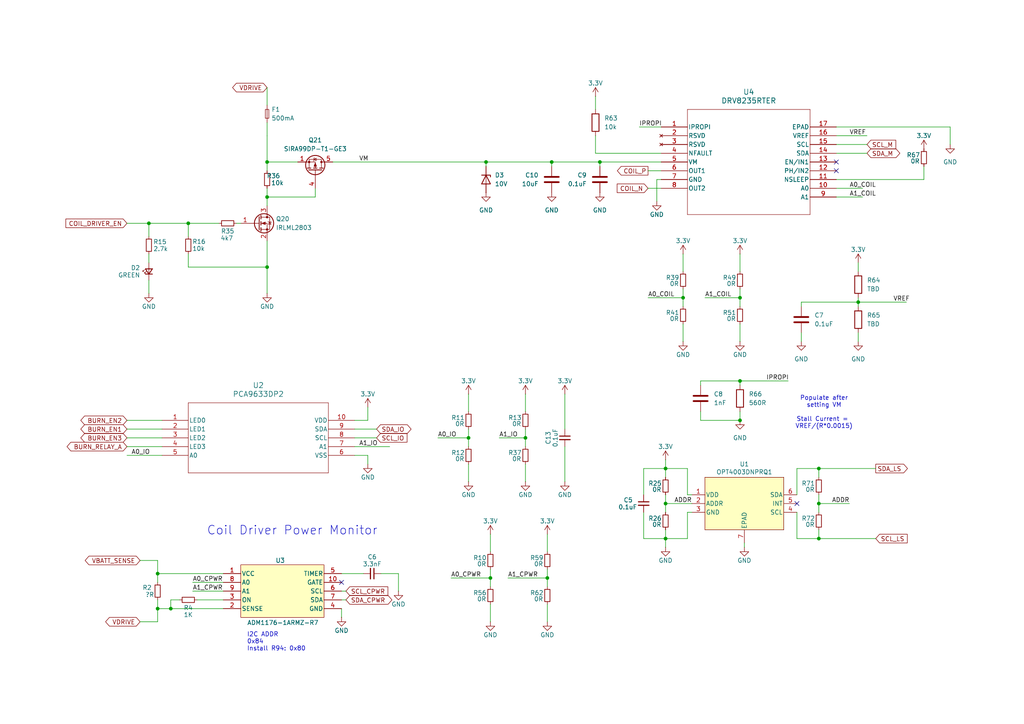
<source format=kicad_sch>
(kicad_sch (version 20231120) (generator "eeschema") (generator_version "8.0")
  (paper "A4")
  (lib_symbols
    (symbol "Argus-IC:ADM1176-1ARMZ-R7" (pin_names (offset 0.254))
      (property "Reference" "U9" (at 0 8.89 0))
      (property "Value" "ADM1176-1ARMZ-R7" (at 0.762 -9.144 0))
      (symbol "ADM1176-1ARMZ-R7_1_0"
        (pin unspecified line (at -16.51 5.08 0) (length 5.08) (name "VCC") (number "1"))
        (pin unspecified line (at 17.78 2.54 180) (length 5.08) (name "GATE") (number "10"))
        (pin unspecified line (at -16.51 -5.08 0) (length 5.08) (name "SENSE") (number "2"))
        (pin unspecified line (at -16.51 -2.54 0) (length 5.08) (name "ON") (number "3"))
        (pin unspecified line (at 17.78 -5.08 180) (length 5.08) (name "GND") (number "4"))
        (pin unspecified line (at 17.78 5.08 180) (length 5.08) (name "TIMER") (number "5"))
        (pin unspecified line (at 17.78 0 180) (length 5.08) (name "SCL") (number "6"))
        (pin unspecified line (at 17.78 -2.54 180) (length 5.08) (name "SDA") (number "7"))
        (pin unspecified line (at -16.51 2.54 0) (length 5.08) (name "A0") (number "8"))
        (pin unspecified line (at -16.51 0 0) (length 5.08) (name "A1") (number "9"))
      )
      (symbol "ADM1176-1ARMZ-R7_1_1"
        (rectangle (start -11.43 7.62) (end 12.7 -7.62) (fill (type background)))
      )
    )
    (symbol "Argus-IC:DRV8235RTER" (pin_names (offset 0.254))
      (property "Reference" "U" (at 25.4 10.16 0))
      (property "Value" "DRV8235RTER" (at 25.4 7.62 0))
      (symbol "DRV8235RTER_0_1"
        (polyline (pts (xy 7.62 -25.4) (xy 43.18 -25.4)) (stroke (width 0.127)))
        (polyline (pts (xy 7.62 5.08) (xy 7.62 -25.4)) (stroke (width 0.127)))
        (polyline (pts (xy 43.18 -25.4) (xy 43.18 5.08)) (stroke (width 0.127)))
        (polyline (pts (xy 43.18 5.08) (xy 7.62 5.08)) (stroke (width 0.127)))
        (pin power_in line (at 0 0 0) (length 7.62) (name "IPROPI") (number "1"))
        (pin input line (at 50.8 -17.78 180) (length 7.62) (name "A0") (number "10"))
        (pin input line (at 50.8 -15.24 180) (length 7.62) (name "NSLEEP") (number "11"))
        (pin input line (at 50.8 -12.7 180) (length 7.62) (name "PH/IN2") (number "12"))
        (pin input line (at 50.8 -10.16 180) (length 7.62) (name "EN/IN1") (number "13"))
        (pin input line (at 50.8 -7.62 180) (length 7.62) (name "SDA") (number "14"))
        (pin input line (at 50.8 -5.08 180) (length 7.62) (name "SCL") (number "15"))
        (pin input line (at 50.8 -2.54 180) (length 7.62) (name "VREF") (number "16"))
        (pin power_out line (at 50.8 0 180) (length 7.62) (name "EPAD") (number "17"))
        (pin no_connect line (at 0 -2.54 0) (length 7.62) (name "RSVD") (number "2"))
        (pin no_connect line (at 0 -5.08 0) (length 7.62) (name "RSVD") (number "3"))
        (pin output line (at 0 -7.62 0) (length 7.62) (name "NFAULT") (number "4"))
        (pin power_in line (at 0 -10.16 0) (length 7.62) (name "VM") (number "5"))
        (pin output line (at 0 -12.7 0) (length 7.62) (name "OUT1") (number "6"))
        (pin power_out line (at 0 -15.24 0) (length 7.62) (name "GND") (number "7"))
        (pin output line (at 0 -17.78 0) (length 7.62) (name "OUT2") (number "8"))
        (pin input line (at 50.8 -20.32 180) (length 7.62) (name "A1") (number "9"))
      )
    )
    (symbol "Argus-IC:IRLML2803" (pin_names hide)
      (property "Reference" "Q23" (at 2.54 1.27 0))
      (property "Value" "IRLML2803" (at 2.54 -1.27 0))
      (symbol "IRLML2803_0_1"
        (circle (center -0.889 0) (radius 2.794) (stroke (width 0.254)))
        (circle (center 0 -1.778) (radius 0.254) (fill (type outline)))
        (polyline (pts (xy -2.286 0) (xy -5.08 0)))
        (polyline (pts (xy -2.286 1.905) (xy -2.286 -1.905)) (stroke (width 0.254)))
        (polyline (pts (xy -1.778 -1.27) (xy -1.778 -2.286)) (stroke (width 0.254)))
        (polyline (pts (xy -1.778 0.508) (xy -1.778 -0.508)) (stroke (width 0.254)))
        (polyline (pts (xy -1.778 2.286) (xy -1.778 1.27)) (stroke (width 0.254)))
        (polyline (pts (xy 0 2.54) (xy 0 1.778)))
        (polyline (pts (xy 0 -2.54) (xy 0 0) (xy -1.778 0)))
        (polyline (pts (xy -1.778 -1.778) (xy 0.762 -1.778) (xy 0.762 1.778) (xy -1.778 1.778)))
        (polyline (pts (xy -1.524 0) (xy -0.508 0.381) (xy -0.508 -0.381) (xy -1.524 0)) (fill (type outline)))
        (polyline (pts (xy 0.254 0.508) (xy 0.381 0.381) (xy 1.143 0.381) (xy 1.27 0.254)))
        (polyline (pts (xy 0.762 0.381) (xy 0.381 -0.254) (xy 1.143 -0.254) (xy 0.762 0.381)))
        (circle (center 0 1.778) (radius 0.254) (fill (type outline)))
      )
      (symbol "IRLML2803_1_1"
        (pin input line (at -7.62 0 0) (length 2.54) (name "G") (number "1"))
        (pin passive line (at 0 -5.08 90) (length 2.54) (name "S") (number "2"))
        (pin passive line (at 0 5.08 270) (length 2.54) (name "D") (number "3"))
      )
    )
    (symbol "Argus-IC:OPT4003DNPRQ1" (pin_names (offset 0.254))
      (property "Reference" "U" (at 0 11.938 0))
      (property "Value" "OPT4003DNPRQ1" (at 0 9.398 0))
      (symbol "OPT4003DNPRQ1_1_1"
        (rectangle (start -11.43 7.62) (end 11.43 -7.62) (fill (type background)))
        (pin input line (at -15.24 2.54 0) (length 3.81) (name "VDD") (number "1"))
        (pin input line (at -15.24 0 0) (length 3.81) (name "ADDR") (number "2"))
        (pin power_in line (at -15.24 -2.54 0) (length 3.81) (name "GND") (number "3"))
        (pin input line (at 15.24 -2.54 180) (length 3.81) (name "SCL") (number "4"))
        (pin bidirectional line (at 15.24 0 180) (length 3.81) (name "INT") (number "5"))
        (pin bidirectional line (at 15.24 2.54 180) (length 3.81) (name "SDA") (number "6"))
        (pin power_out line (at 0 -11.43 90) (length 3.81) (name "EPAD") (number "7"))
      )
    )
    (symbol "Argus-IC:PCA9633DP2" (pin_names (offset 0.254))
      (property "Reference" "U" (at 27.94 10.16 0))
      (property "Value" "PCA9633DP2" (at 27.94 7.62 0))
      (symbol "PCA9633DP2_0_1"
        (polyline (pts (xy 7.62 -15.24) (xy 48.26 -15.24)) (stroke (width 0.127)))
        (polyline (pts (xy 7.62 5.08) (xy 7.62 -15.24)) (stroke (width 0.127)))
        (polyline (pts (xy 48.26 -15.24) (xy 48.26 5.08)) (stroke (width 0.127)))
        (polyline (pts (xy 48.26 5.08) (xy 7.62 5.08)) (stroke (width 0.127)))
        (pin unspecified line (at 0 0 0) (length 7.62) (name "LED0") (number "1"))
        (pin unspecified line (at 55.88 0 180) (length 7.62) (name "VDD") (number "10"))
        (pin unspecified line (at 0 -2.54 0) (length 7.62) (name "LED1") (number "2"))
        (pin unspecified line (at 0 -5.08 0) (length 7.62) (name "LED2") (number "3"))
        (pin unspecified line (at 0 -7.62 0) (length 7.62) (name "LED3") (number "4"))
        (pin unspecified line (at 0 -10.16 0) (length 7.62) (name "A0") (number "5"))
        (pin unspecified line (at 55.88 -10.16 180) (length 7.62) (name "VSS") (number "6"))
        (pin unspecified line (at 55.88 -7.62 180) (length 7.62) (name "A1") (number "7"))
        (pin unspecified line (at 55.88 -5.08 180) (length 7.62) (name "SCL") (number "8"))
        (pin unspecified line (at 55.88 -2.54 180) (length 7.62) (name "SDA") (number "9"))
      )
    )
    (symbol "Device:C" (pin_numbers hide) (pin_names (offset 0.254))
      (property "Reference" "C" (at 0.635 2.54 0))
      (property "Value" "C" (at 0.635 -2.54 0))
      (symbol "C_0_1"
        (polyline (pts (xy -2.032 -0.762) (xy 2.032 -0.762)) (stroke (width 0.508)))
        (polyline (pts (xy -2.032 0.762) (xy 2.032 0.762)) (stroke (width 0.508)))
      )
      (symbol "C_1_1"
        (pin passive line (at 0 3.81 270) (length 2.794) (name "~") (number "1"))
        (pin passive line (at 0 -3.81 90) (length 2.794) (name "~") (number "2"))
      )
    )
    (symbol "Device:C_Small" (pin_numbers hide) (pin_names (offset 0.254) hide)
      (property "Reference" "C" (at 0.254 1.778 0))
      (property "Value" "C_Small" (at 0.254 -2.032 0))
      (symbol "C_Small_0_1"
        (polyline (pts (xy -1.524 -0.508) (xy 1.524 -0.508)) (stroke (width 0.3302)))
        (polyline (pts (xy -1.524 0.508) (xy 1.524 0.508)) (stroke (width 0.3048)))
      )
      (symbol "C_Small_1_1"
        (pin passive line (at 0 2.54 270) (length 2.032) (name "~") (number "1"))
        (pin passive line (at 0 -2.54 90) (length 2.032) (name "~") (number "2"))
      )
    )
    (symbol "Device:Fuse_Small" (pin_numbers hide) (pin_names (offset 0.254) hide)
      (property "Reference" "F" (at 0 -1.524 0))
      (property "Value" "Fuse_Small" (at 0 1.524 0))
      (symbol "Fuse_Small_0_1"
        (rectangle (start -1.27 0.508) (end 1.27 -0.508))
        (polyline (pts (xy -1.27 0) (xy 1.27 0)))
      )
      (symbol "Fuse_Small_1_1"
        (pin passive line (at -2.54 0 0) (length 1.27) (name "~") (number "1"))
        (pin passive line (at 2.54 0 180) (length 1.27) (name "~") (number "2"))
      )
    )
    (symbol "Device:LED_Small" (pin_numbers hide) (pin_names (offset 0.254) hide)
      (property "Reference" "D" (at -1.27 3.175 0))
      (property "Value" "LED_Small" (at -4.445 -2.54 0))
      (symbol "LED_Small_0_1"
        (polyline (pts (xy -0.762 -1.016) (xy -0.762 1.016)) (stroke (width 0.254)))
        (polyline (pts (xy 1.016 0) (xy -0.762 0)))
        (polyline (pts (xy 0.762 -1.016) (xy -0.762 0) (xy 0.762 1.016) (xy 0.762 -1.016)) (stroke (width 0.254)))
        (polyline (pts (xy 0 0.762) (xy -0.508 1.27) (xy -0.254 1.27) (xy -0.508 1.27) (xy -0.508 1.016)))
        (polyline (pts (xy 0.508 1.27) (xy 0 1.778) (xy 0.254 1.778) (xy 0 1.778) (xy 0 1.524)))
      )
      (symbol "LED_Small_1_1"
        (pin passive line (at -2.54 0 0) (length 1.778) (name "K") (number "1"))
        (pin passive line (at 2.54 0 180) (length 1.778) (name "A") (number "2"))
      )
    )
    (symbol "Device:R" (pin_numbers hide) (pin_names (offset 0))
      (property "Reference" "R" (at 2.032 0 90))
      (property "Value" "R" (at 0 0 90))
      (symbol "R_0_1"
        (rectangle (start -1.016 -2.54) (end 1.016 2.54) (stroke (width 0.254)))
      )
      (symbol "R_1_1"
        (pin passive line (at 0 3.81 270) (length 1.27) (name "~") (number "1"))
        (pin passive line (at 0 -3.81 90) (length 1.27) (name "~") (number "2"))
      )
    )
    (symbol "Device:R_Small" (pin_numbers hide) (pin_names (offset 0.254) hide)
      (property "Reference" "R" (at 0.762 0.508 0))
      (property "Value" "R_Small" (at 0.762 -1.016 0))
      (symbol "R_Small_0_1"
        (rectangle (start -0.762 1.778) (end 0.762 -1.778) (stroke (width 0.2032)))
      )
      (symbol "R_Small_1_1"
        (pin passive line (at 0 2.54 270) (length 0.762) (name "~") (number "1"))
        (pin passive line (at 0 -2.54 90) (length 0.762) (name "~") (number "2"))
      )
    )
    (symbol "Diode:PTVS10VZ1USK" (pin_numbers hide) (pin_names hide)
      (property "Reference" "D" (at 0 2.54 0))
      (property "Value" "PTVS10VZ1USK" (at 0 -2.54 0))
      (symbol "PTVS10VZ1USK_0_1"
        (polyline (pts (xy 1.27 0) (xy -1.27 0)))
        (polyline (pts (xy -1.27 -1.27) (xy -1.27 1.27) (xy -0.762 1.27)) (stroke (width 0.254)))
        (polyline (pts (xy 1.27 -1.27) (xy 1.27 1.27) (xy -1.27 0) (xy 1.27 -1.27)) (stroke (width 0.254)))
      )
      (symbol "PTVS10VZ1USK_1_1"
        (pin passive line (at -3.81 0 0) (length 2.54) (name "K") (number "1"))
        (pin passive line (at 3.81 0 180) (length 2.54) (name "A") (number "2"))
      )
    )
    (symbol "Transistor_FET:Si7141DP" (pin_names hide)
      (property "Reference" "Q" (at 5.08 1.905 0))
      (property "Value" "Si7141DP" (at 5.08 0 0))
      (symbol "Si7141DP_0_1"
        (polyline (pts (xy 0.254 0) (xy -2.54 0)))
        (polyline (pts (xy 0.254 1.905) (xy 0.254 -1.905)) (stroke (width 0.254)))
        (polyline (pts (xy 0.762 -1.27) (xy 0.762 -2.286)) (stroke (width 0.254)))
        (polyline (pts (xy 0.762 0.508) (xy 0.762 -0.508)) (stroke (width 0.254)))
        (polyline (pts (xy 0.762 2.286) (xy 0.762 1.27)) (stroke (width 0.254)))
        (polyline (pts (xy 2.54 2.54) (xy 2.54 1.778)))
        (polyline (pts (xy 2.54 -2.54) (xy 2.54 0) (xy 0.762 0)))
        (polyline (pts (xy 0.762 1.778) (xy 3.302 1.778) (xy 3.302 -1.778) (xy 0.762 -1.778)))
        (polyline (pts (xy 2.286 0) (xy 1.27 0.381) (xy 1.27 -0.381) (xy 2.286 0)) (fill (type outline)))
        (polyline (pts (xy 2.794 -0.508) (xy 2.921 -0.381) (xy 3.683 -0.381) (xy 3.81 -0.254)))
        (polyline (pts (xy 3.302 -0.381) (xy 2.921 0.254) (xy 3.683 0.254) (xy 3.302 -0.381)))
        (circle (center 1.651 0) (radius 2.794) (stroke (width 0.254)))
        (circle (center 2.54 -1.778) (radius 0.254) (fill (type outline)))
        (circle (center 2.54 1.778) (radius 0.254) (fill (type outline)))
      )
      (symbol "Si7141DP_1_1"
        (pin passive line (at 2.54 -5.08 90) (length 2.54) (name "S") (number "1"))
        (pin passive line (at 2.54 -5.08 90) (length 2.54) hide (name "S") (number "2"))
        (pin passive line (at 2.54 -5.08 90) (length 2.54) hide (name "S") (number "3"))
        (pin input line (at -5.08 0 0) (length 2.54) (name "G") (number "4"))
        (pin passive line (at 2.54 5.08 270) (length 2.54) (name "D") (number "5"))
      )
    )
    (symbol "power:+3.3V" (power) (pin_numbers hide) (pin_names (offset 0) hide)
      (property "Value" "+3.3V" (at 0 3.556 0))
      (symbol "+3.3V_0_1"
        (polyline (pts (xy -0.762 1.27) (xy 0 2.54)))
        (polyline (pts (xy 0 0) (xy 0 2.54)))
        (polyline (pts (xy 0 2.54) (xy 0.762 1.27)))
      )
      (symbol "+3.3V_1_1"
        (pin power_in line (at 0 0 90) (length 0) (name "~") (number "1"))
      )
    )
    (symbol "power:GND" (power) (pin_numbers hide) (pin_names (offset 0) hide)
      (property "Value" "GND" (at 0 -3.81 0))
      (symbol "GND_0_1"
        (polyline (pts (xy 0 0) (xy 0 -1.27) (xy 1.27 -1.27) (xy 0 -2.54) (xy -1.27 -1.27) (xy 0 -1.27)))
      )
      (symbol "GND_1_1"
        (pin power_in line (at 0 0 270) (length 0) (name "~") (number "1"))
      )
    )
  )
  (junction (at 237.49 135.89))
  (junction (at 142.24 167.64))
  (junction (at 77.47 57.15))
  (junction (at 214.63 86.36))
  (junction (at 49.53 176.53))
  (junction (at 198.12 86.36))
  (junction (at 173.99 46.99))
  (junction (at 77.47 77.47))
  (junction (at 237.49 156.21))
  (junction (at 43.18 64.77))
  (junction (at 152.4 127))
  (junction (at 160.02 46.99))
  (junction (at 54.61 64.77))
  (junction (at 214.63 121.92))
  (junction (at 193.04 135.89))
  (junction (at 135.89 127))
  (junction (at 248.92 87.63))
  (junction (at 77.47 46.99))
  (junction (at 140.97 46.99))
  (junction (at 193.04 146.05))
  (junction (at 214.63 110.49))
  (junction (at 45.72 176.53))
  (junction (at 45.72 166.37))
  (junction (at 193.04 156.21))
  (junction (at 158.75 167.64))
  (junction (at 237.49 146.05))
  (no_connect (at 242.57 49.53))
  (no_connect (at 231.14 146.05))
  (no_connect (at 242.57 46.99))
  (no_connect (at 99.06 168.91))
  (wire (pts (xy 172.72 27.94) (xy 172.72 31.75)))
  (wire (pts (xy 130.81 167.64) (xy 142.24 167.64)))
  (wire (pts (xy 127 127) (xy 135.89 127)))
  (wire (pts (xy 77.47 39.37) (xy 77.47 46.99)) (stroke (width 0.1524)))
  (wire (pts (xy 99.06 166.37) (xy 105.41 166.37)))
  (wire (pts (xy 190.5 52.07) (xy 190.5 58.42)))
  (wire (pts (xy 99.06 179.07) (xy 99.06 176.53)))
  (wire (pts (xy 68.58 64.77) (xy 69.85 64.77)))
  (wire (pts (xy 152.4 114.3) (xy 152.4 119.38)))
  (wire (pts (xy 242.57 36.83) (xy 275.59 36.83)))
  (wire (pts (xy 142.24 154.94) (xy 142.24 160.02)))
  (wire (pts (xy 198.12 93.98) (xy 198.12 99.06)))
  (wire (pts (xy 193.04 158.75) (xy 193.04 156.21)))
  (wire (pts (xy 248.92 87.63) (xy 262.89 87.63)))
  (wire (pts (xy 45.72 166.37) (xy 45.72 162.56)))
  (wire (pts (xy 45.72 166.37) (xy 64.77 166.37)))
  (wire (pts (xy 102.87 121.92) (xy 106.68 121.92)))
  (wire (pts (xy 115.57 166.37) (xy 115.57 171.45)))
  (wire (pts (xy 43.18 85.09) (xy 43.18 81.28)))
  (wire (pts (xy 203.2 121.92) (xy 214.63 121.92)))
  (wire (pts (xy 115.57 166.37) (xy 110.49 166.37)))
  (wire (pts (xy 214.63 110.49) (xy 203.2 110.49)))
  (wire (pts (xy 36.83 127) (xy 46.99 127)))
  (wire (pts (xy 251.46 41.91) (xy 242.57 41.91)))
  (wire (pts (xy 158.75 165.1) (xy 158.75 167.64)))
  (wire (pts (xy 152.4 127) (xy 152.4 129.54)))
  (wire (pts (xy 45.72 176.53) (xy 49.53 176.53)))
  (wire (pts (xy 77.47 35.56) (xy 77.47 39.37)))
  (wire (pts (xy 102.87 127) (xy 109.22 127)))
  (wire (pts (xy 43.18 64.77) (xy 54.61 64.77)) (stroke (width 0.1524)))
  (wire (pts (xy 173.99 46.99) (xy 191.77 46.99)))
  (wire (pts (xy 77.47 85.09) (xy 77.47 77.47)))
  (wire (pts (xy 43.18 64.77) (xy 36.83 64.77)) (stroke (width 0.1524)))
  (wire (pts (xy 200.66 143.51) (xy 199.39 143.51)))
  (wire (pts (xy 199.39 143.51) (xy 199.39 135.89)))
  (wire (pts (xy 193.04 146.05) (xy 193.04 148.59)))
  (wire (pts (xy 199.39 148.59) (xy 199.39 156.21)))
  (wire (pts (xy 144.78 127) (xy 152.4 127)))
  (wire (pts (xy 45.72 173.99) (xy 45.72 176.53)))
  (wire (pts (xy 198.12 83.82) (xy 198.12 86.36)))
  (wire (pts (xy 158.75 154.94) (xy 158.75 160.02)))
  (wire (pts (xy 242.57 39.37) (xy 251.46 39.37)))
  (wire (pts (xy 214.63 121.92) (xy 214.63 119.38)))
  (wire (pts (xy 232.41 87.63) (xy 232.41 88.9)))
  (wire (pts (xy 36.83 124.46) (xy 46.99 124.46)))
  (wire (pts (xy 55.88 168.91) (xy 64.77 168.91)))
  (wire (pts (xy 248.92 76.2) (xy 248.92 78.74)))
  (wire (pts (xy 45.72 166.37) (xy 45.72 168.91)))
  (wire (pts (xy 237.49 146.05) (xy 246.38 146.05)))
  (wire (pts (xy 36.83 129.54) (xy 46.99 129.54)))
  (wire (pts (xy 203.2 119.38) (xy 203.2 121.92)))
  (wire (pts (xy 203.2 110.49) (xy 203.2 111.76)))
  (wire (pts (xy 214.63 86.36) (xy 214.63 88.9)))
  (wire (pts (xy 185.42 36.83) (xy 191.77 36.83)))
  (wire (pts (xy 135.89 127) (xy 135.89 129.54)))
  (wire (pts (xy 77.47 46.99) (xy 77.47 49.53)))
  (wire (pts (xy 163.83 114.3) (xy 163.83 124.46)))
  (wire (pts (xy 152.4 134.62) (xy 152.4 139.7)))
  (wire (pts (xy 199.39 135.89) (xy 193.04 135.89)))
  (wire (pts (xy 77.47 69.85) (xy 77.47 77.47)))
  (wire (pts (xy 186.69 148.59) (xy 186.69 156.21)))
  (wire (pts (xy 160.02 46.99) (xy 173.99 46.99)))
  (wire (pts (xy 77.47 57.15) (xy 91.44 57.15)) (stroke (width 0.1524)))
  (wire (pts (xy 191.77 52.07) (xy 190.5 52.07)))
  (wire (pts (xy 55.88 171.45) (xy 64.77 171.45)))
  (wire (pts (xy 36.83 121.92) (xy 46.99 121.92)))
  (wire (pts (xy 215.9 158.75) (xy 215.9 157.48)))
  (wire (pts (xy 160.02 48.26) (xy 160.02 46.99)))
  (wire (pts (xy 267.97 48.26) (xy 267.97 52.07)))
  (wire (pts (xy 142.24 167.64) (xy 142.24 170.18)))
  (wire (pts (xy 193.04 135.89) (xy 193.04 138.43)))
  (wire (pts (xy 214.63 110.49) (xy 214.63 111.76)))
  (wire (pts (xy 49.53 173.99) (xy 49.53 176.53)))
  (wire (pts (xy 77.47 54.61) (xy 77.47 57.15)))
  (wire (pts (xy 187.96 86.36) (xy 198.12 86.36)))
  (wire (pts (xy 237.49 143.51) (xy 237.49 146.05)))
  (wire (pts (xy 106.68 118.11) (xy 106.68 121.92)))
  (wire (pts (xy 77.47 57.15) (xy 77.47 59.69)) (stroke (width 0.1524)))
  (wire (pts (xy 100.33 171.45) (xy 99.06 171.45)))
  (wire (pts (xy 135.89 114.3) (xy 135.89 119.38)))
  (wire (pts (xy 198.12 86.36) (xy 198.12 88.9)))
  (wire (pts (xy 214.63 93.98) (xy 214.63 99.06)))
  (wire (pts (xy 237.49 156.21) (xy 254 156.21)))
  (wire (pts (xy 198.12 73.66) (xy 198.12 78.74)))
  (wire (pts (xy 173.99 48.26) (xy 173.99 46.99)))
  (wire (pts (xy 231.14 135.89) (xy 231.14 143.51)))
  (wire (pts (xy 237.49 135.89) (xy 237.49 138.43)))
  (wire (pts (xy 91.44 57.15) (xy 91.44 54.61)) (stroke (width 0.1524)))
  (wire (pts (xy 140.97 46.99) (xy 140.97 48.26)))
  (wire (pts (xy 275.59 36.83) (xy 275.59 41.91)))
  (wire (pts (xy 231.14 135.89) (xy 237.49 135.89)))
  (wire (pts (xy 193.04 146.05) (xy 200.66 146.05)))
  (wire (pts (xy 242.57 54.61) (xy 250.19 54.61)))
  (wire (pts (xy 214.63 110.49) (xy 228.6 110.49)))
  (wire (pts (xy 147.32 167.64) (xy 158.75 167.64)))
  (wire (pts (xy 186.69 156.21) (xy 193.04 156.21)))
  (wire (pts (xy 54.61 64.77) (xy 62.23 64.77)) (stroke (width 0.1524)))
  (wire (pts (xy 242.57 57.15) (xy 250.19 57.15)))
  (wire (pts (xy 214.63 73.66) (xy 214.63 78.74)))
  (wire (pts (xy 102.87 124.46) (xy 109.22 124.46)))
  (wire (pts (xy 49.53 176.53) (xy 64.77 176.53)))
  (wire (pts (xy 77.47 46.99) (xy 86.36 46.99)) (stroke (width 0.1524)))
  (wire (pts (xy 231.14 148.59) (xy 231.14 156.21)))
  (wire (pts (xy 158.75 175.26) (xy 158.75 180.34)))
  (wire (pts (xy 248.92 87.63) (xy 248.92 88.9)))
  (wire (pts (xy 54.61 64.77) (xy 54.61 68.58)) (stroke (width 0.1524)))
  (wire (pts (xy 193.04 153.67) (xy 193.04 156.21)))
  (wire (pts (xy 40.64 162.56) (xy 45.72 162.56)))
  (wire (pts (xy 140.97 46.99) (xy 160.02 46.99)))
  (wire (pts (xy 142.24 165.1) (xy 142.24 167.64)))
  (wire (pts (xy 54.61 77.47) (xy 77.47 77.47)))
  (wire (pts (xy 152.4 124.46) (xy 152.4 127)))
  (wire (pts (xy 158.75 167.64) (xy 158.75 170.18)))
  (wire (pts (xy 248.92 86.36) (xy 248.92 87.63)))
  (wire (pts (xy 251.46 44.45) (xy 242.57 44.45)))
  (wire (pts (xy 62.23 64.77) (xy 63.5 64.77)))
  (wire (pts (xy 57.15 173.99) (xy 64.77 173.99)))
  (wire (pts (xy 193.04 146.05) (xy 193.04 143.51)))
  (wire (pts (xy 199.39 156.21) (xy 193.04 156.21)))
  (wire (pts (xy 237.49 146.05) (xy 237.49 148.59)))
  (wire (pts (xy 135.89 134.62) (xy 135.89 139.7)))
  (wire (pts (xy 163.83 129.54) (xy 163.83 139.7)))
  (wire (pts (xy 237.49 135.89) (xy 254 135.89)))
  (wire (pts (xy 237.49 156.21) (xy 231.14 156.21)))
  (wire (pts (xy 232.41 87.63) (xy 248.92 87.63)))
  (wire (pts (xy 96.52 46.99) (xy 140.97 46.99)))
  (wire (pts (xy 36.83 132.08) (xy 46.99 132.08)))
  (wire (pts (xy 142.24 175.26) (xy 142.24 180.34)))
  (wire (pts (xy 172.72 39.37) (xy 172.72 44.45)))
  (wire (pts (xy 54.61 77.47) (xy 54.61 73.66)))
  (wire (pts (xy 102.87 132.08) (xy 106.68 132.08)))
  (wire (pts (xy 248.92 96.52) (xy 248.92 99.06)))
  (wire (pts (xy 100.33 173.99) (xy 99.06 173.99)))
  (wire (pts (xy 242.57 52.07) (xy 267.97 52.07)))
  (wire (pts (xy 102.87 129.54) (xy 113.03 129.54)))
  (wire (pts (xy 77.47 25.4) (xy 77.47 30.48)))
  (wire (pts (xy 187.96 54.61) (xy 191.77 54.61)))
  (wire (pts (xy 187.96 49.53) (xy 191.77 49.53)))
  (wire (pts (xy 106.68 132.08) (xy 106.68 134.62)))
  (wire (pts (xy 40.64 180.34) (xy 45.72 180.34)))
  (wire (pts (xy 199.39 148.59) (xy 200.66 148.59)))
  (wire (pts (xy 135.89 124.46) (xy 135.89 127)))
  (wire (pts (xy 193.04 135.89) (xy 186.69 135.89)))
  (wire (pts (xy 204.47 86.36) (xy 214.63 86.36)))
  (wire (pts (xy 52.07 173.99) (xy 49.53 173.99)))
  (wire (pts (xy 172.72 44.45) (xy 191.77 44.45)))
  (wire (pts (xy 232.41 96.52) (xy 232.41 99.06)))
  (wire (pts (xy 237.49 153.67) (xy 237.49 156.21)))
  (wire (pts (xy 214.63 83.82) (xy 214.63 86.36)))
  (wire (pts (xy 193.04 133.35) (xy 193.04 135.89)))
  (wire (pts (xy 43.18 73.66) (xy 43.18 76.2)))
  (wire (pts (xy 186.69 135.89) (xy 186.69 143.51)))
  (wire (pts (xy 45.72 176.53) (xy 45.72 180.34)))
  (wire (pts (xy 43.18 64.77) (xy 43.18 68.58)) (stroke (width 0.1524)))
  (text "Coil Driver Power Monitor" (at 59.944 155.448 0) (effects (font (size 2.54 2.54)) (justify left bottom)))
  (text "I2C ADDR\n0x84\nInstall R94: 0x80" (at 71.628 188.976 0) (effects (font (size 1.27 1.27)) (justify left bottom)))
  (text "Populate after\nsetting VM\n\nStall Current = \nVREF/(R*0.0015)" (at 239.014 119.634 0) (effects (font (size 1.27 1.27))))
  (label "A1_IO" (at 144.78 127 0))
  (label "ADDR" (at 246.38 146.05 180))
  (label "ADDR" (at 200.66 146.05 180))
  (label "A0_IO" (at 127 127 0))
  (label "A0_CPWR" (at 130.81 167.64 0))
  (label "IPROPI" (at 185.42 36.83 0))
  (label "A0_COIL" (at 246.38 54.61 0))
  (label "IPROPI" (at 222.25 110.49 0))
  (label "A1_COIL" (at 246.38 57.15 0))
  (label "A1_CPWR" (at 147.32 167.64 0))
  (label "VREF" (at 259.08 87.63 0))
  (label "VM" (at 104.14 46.99 0))
  (label "A1_COIL" (at 204.47 86.36 0))
  (label "A0_COIL" (at 187.96 86.36 0))
  (label "A0_IO" (at 38.1 132.08 0))
  (label "A0_CPWR" (at 55.88 168.91 0))
  (label "VREF" (at 246.38 39.37 0))
  (label "A1_CPWR" (at 55.88 171.45 0))
  (label "A1_IO" (at 104.14 129.54 0))
  (global_label "SCL_LS" (shape input) (at 254 156.21 0) (property "Intersheetrefs" "${INTERSHEET_REFS}" (effects (hide yes))))
  (global_label "COIL_DRIVER_EN" (shape input) (at 36.83 64.77 180) (property "Intersheetrefs" "${INTERSHEET_REFS}" (effects (hide yes))))
  (global_label "SCL_M" (shape input) (at 251.46 41.91 0) (property "Intersheetrefs" "${INTERSHEET_REFS}" (effects (hide yes))))
  (global_label "VDRIVE" (shape bidirectional) (at 40.64 180.34 180) (property "Intersheetrefs" "${INTERSHEET_REFS}" (effects (hide yes))))
  (global_label "SDA_IO" (shape bidirectional) (at 109.22 124.46 0) (property "Intersheetrefs" "${INTERSHEET_REFS}" (effects (hide yes))))
  (global_label "BURN_EN1" (shape bidirectional) (at 36.83 124.46 180) (property "Intersheetrefs" "${INTERSHEET_REFS}" (effects (hide yes))))
  (global_label "BURN_RELAY_A" (shape bidirectional) (at 36.83 129.54 180) (property "Intersheetrefs" "${INTERSHEET_REFS}" (effects (hide yes))))
  (global_label "VBATT_SENSE" (shape bidirectional) (at 40.64 162.56 180) (property "Intersheetrefs" "${INTERSHEET_REFS}" (effects (hide yes))))
  (global_label "BURN_EN3" (shape bidirectional) (at 36.83 127 180) (property "Intersheetrefs" "${INTERSHEET_REFS}" (effects (hide yes))))
  (global_label "SDA_M" (shape bidirectional) (at 251.46 44.45 0) (property "Intersheetrefs" "${INTERSHEET_REFS}" (effects (hide yes))))
  (global_label "SCL_CPWR" (shape input) (at 100.33 171.45 0) (property "Intersheetrefs" "${INTERSHEET_REFS}" (effects (hide yes))))
  (global_label "VDRIVE" (shape bidirectional) (at 77.47 25.4 180) (property "Intersheetrefs" "${INTERSHEET_REFS}" (effects (hide yes))))
  (global_label "COIL_P" (shape output) (at 187.96 49.53 180) (property "Intersheetrefs" "${INTERSHEET_REFS}" (effects (hide yes))))
  (global_label "COIL_N" (shape input) (at 187.96 54.61 180) (property "Intersheetrefs" "${INTERSHEET_REFS}" (effects (hide yes))))
  (global_label "BURN_EN2" (shape bidirectional) (at 36.83 121.92 180) (property "Intersheetrefs" "${INTERSHEET_REFS}" (effects (hide yes))))
  (global_label "SDA_CPWR" (shape bidirectional) (at 100.33 173.99 0) (property "Intersheetrefs" "${INTERSHEET_REFS}" (effects (hide yes))))
  (global_label "SCL_IO" (shape input) (at 109.22 127 0) (property "Intersheetrefs" "${INTERSHEET_REFS}" (effects (hide yes))))
  (global_label "SDA_LS" (shape output) (at 254 135.89 0) (property "Intersheetrefs" "${INTERSHEET_REFS}" (effects (hide yes))))
  (symbol (lib_id "power:+3.3V") (at 214.63 73.66 0) (unit 1)
    (property "Reference" "#PWR022" (effects (hide yes)))
    (property "Value" "3.3V" (at 214.63 69.85 0))
    (property "Description" "Power symbol creates a global label with name \"+3.3V\"" (effects (hide yes)))
  )
  (symbol (lib_id "Device:R_Small") (at 43.18 71.12 0) (unit 1)
    (property "Reference" "R15" (at 44.45 70.866 0) (effects (justify left bottom)))
    (property "Value" "2.7k" (at 44.45 72.898 0) (effects (justify left bottom)))
    (property "Footprint" "Resistor_SMD:R_0603_1608Metric" (effects (hide yes)))
    (property "Description" "Resistor, small symbol" (effects (hide yes)))
    (property "DIS" "Digi-Key" (effects (hide yes)))
    (property "DPN" "A129693CT-ND" (effects (hide yes)))
    (property "MFR" "TE" (effects (hide yes)))
    (property "MPN" "CRGCQ0603F2K7" (effects (hide yes)))
  )
  (symbol (lib_id "power:GND") (at 190.5 58.42 0) (unit 1)
    (property "Reference" "#PWR046" (effects (hide yes)))
    (property "Value" "GND" (at 190.5 62.23 0))
    (property "Description" "Power symbol creates a global label with name \"GND\" , ground" (effects (hide yes)))
  )
  (symbol (lib_id "Device:R_Small") (at 193.04 151.13 0) (mirror x) (unit 1)
    (property "Reference" "R26" (at 189.992 150.368 0))
    (property "Value" "0R" (at 190.5 152.146 0))
    (property "Footprint" "Resistor_SMD:R_0603_1608Metric" (effects (hide yes)))
    (property "Description" "Resistor, small symbol" (effects (hide yes)))
  )
  (symbol (lib_id "power:+3.3V") (at 163.83 114.3 0) (unit 1)
    (property "Reference" "#PWR049" (effects (hide yes)))
    (property "Value" "3.3V" (at 163.83 110.49 0))
    (property "Description" "Power symbol creates a global label with name \"+3.3V\"" (effects (hide yes)))
  )
  (symbol (lib_id "Device:R") (at 248.92 82.55 0) (unit 1)
    (property "Reference" "R64" (at 251.46 81.2799 0) (effects (justify left)))
    (property "Value" "TBD" (at 251.46 83.8199 0) (effects (justify left)))
    (property "Footprint" "Resistor_SMD:R_0603_1608Metric" (effects (hide yes)))
    (property "Description" "Resistor" (effects (hide yes)))
  )
  (symbol (lib_id "Device:R") (at 214.63 115.57 0) (unit 1)
    (property "Reference" "R66" (at 217.17 114.2999 0) (effects (justify left)))
    (property "Value" "560R" (at 217.17 116.8399 0) (effects (justify left)))
    (property "Footprint" "Resistor_SMD:R_0603_1608Metric" (effects (hide yes)))
    (property "Description" "Resistor" (effects (hide yes)))
  )
  (symbol (lib_id "power:GND") (at 43.18 85.09 0) (mirror y) (unit 1)
    (property "Reference" "#GND01" (effects (hide yes)))
    (property "Value" "GND" (at 43.18 88.9 0))
    (property "Description" "Power symbol creates a global label with name \"GND\" , ground" (effects (hide yes)))
  )
  (symbol (lib_id "power:+3.3V") (at 158.75 154.94 0) (unit 1)
    (property "Reference" "#PWR031" (effects (hide yes)))
    (property "Value" "3.3V" (at 158.75 151.13 0))
    (property "Description" "Power symbol creates a global label with name \"+3.3V\"" (effects (hide yes)))
  )
  (symbol (lib_id "Argus-IC:OPT4003DNPRQ1") (at 215.9 146.05 0) (unit 1)
    (property "Reference" "U1" (at 215.9 134.62 0))
    (property "Value" "OPT4003DNPRQ1" (at 215.9 136.906 0))
    (property "Footprint" "Argus-IC:OPT4003" (effects (hide yes)))
    (property "Datasheet" "OPT4003DNPRQ1" (effects (hide yes)))
  )
  (symbol (lib_id "Device:R_Small") (at 142.24 172.72 0) (mirror x) (unit 1)
    (property "Reference" "R56" (at 139.192 171.958 0))
    (property "Value" "0R" (at 139.7 173.736 0))
    (property "Footprint" "Resistor_SMD:R_0603_1608Metric" (effects (hide yes)))
    (property "Description" "Resistor, small symbol" (effects (hide yes)))
  )
  (symbol (lib_id "power:GND") (at 160.02 55.88 0) (mirror y) (unit 1)
    (property "Reference" "#PWR043" (effects (hide yes)))
    (property "Value" "GND" (at 160.02 60.96 0))
    (property "Description" "Power symbol creates a global label with name \"GND\" , ground" (effects (hide yes)))
  )
  (symbol (lib_id "power:GND") (at 193.04 158.75 0) (unit 1)
    (property "Reference" "#PWR013" (effects (hide yes)))
    (property "Value" "GND" (at 193.04 162.56 0))
    (property "Description" "Power symbol creates a global label with name \"GND\" , ground" (effects (hide yes)))
  )
  (symbol (lib_id "Device:C") (at 232.41 92.71 0) (unit 1)
    (property "Reference" "C7" (at 236.22 91.4399 0) (effects (justify left)))
    (property "Value" "0.1uF" (at 236.22 93.9799 0) (effects (justify left)))
    (property "Footprint" "Capacitor_SMD:C_0603_1608Metric" (effects (hide yes)))
    (property "Description" "Unpolarized capacitor" (effects (hide yes)))
  )
  (symbol (lib_id "Device:R_Small") (at 267.97 45.72 0) (mirror x) (unit 1)
    (property "Reference" "R67" (at 264.922 44.958 0))
    (property "Value" "0R" (at 265.43 46.736 0))
    (property "Footprint" "Resistor_SMD:R_0603_1608Metric" (effects (hide yes)))
    (property "Description" "Resistor, small symbol" (effects (hide yes)))
  )
  (symbol (lib_id "Device:R_Small") (at 198.12 91.44 0) (mirror x) (unit 1)
    (property "Reference" "R41" (at 195.072 90.678 0))
    (property "Value" "0R" (at 195.58 92.456 0))
    (property "Footprint" "Resistor_SMD:R_0603_1608Metric" (effects (hide yes)))
    (property "Description" "Resistor, small symbol" (effects (hide yes)))
  )
  (symbol (lib_id "power:GND") (at 232.41 99.06 0) (unit 1)
    (property "Reference" "#PWR036" (effects (hide yes)))
    (property "Value" "GND" (at 232.41 104.14 0))
    (property "Description" "Power symbol creates a global label with name \"GND\" , ground" (effects (hide yes)))
  )
  (symbol (lib_id "Device:C") (at 160.02 52.07 0) (mirror y) (unit 1)
    (property "Reference" "C10" (at 156.21 50.7999 0) (effects (justify left)))
    (property "Value" "10uF" (at 156.21 53.3399 0) (effects (justify left)))
    (property "Footprint" "Capacitor_SMD:C_1206_3216Metric" (effects (hide yes)))
    (property "Description" "Unpolarized capacitor" (effects (hide yes)))
  )
  (symbol (lib_id "power:GND") (at 142.24 180.34 0) (unit 1)
    (property "Reference" "#PWR030" (effects (hide yes)))
    (property "Value" "GND" (at 142.24 184.15 0))
    (property "Description" "Power symbol creates a global label with name \"GND\" , ground" (effects (hide yes)))
  )
  (symbol (lib_id "Device:R_Small") (at 135.89 121.92 0) (mirror x) (unit 1)
    (property "Reference" "R11" (at 132.842 121.158 0))
    (property "Value" "0R" (at 133.35 122.936 0))
    (property "Footprint" "Resistor_SMD:R_0603_1608Metric" (effects (hide yes)))
    (property "Description" "Resistor, small symbol" (effects (hide yes)))
  )
  (symbol (lib_id "Device:R_Small") (at 66.04 64.77 90) (unit 1)
    (property "Reference" "R35" (at 66.04 67.056 90))
    (property "Value" "4k7" (at 65.786 69.088 90))
    (property "Footprint" "Resistor_SMD:R_0603_1608Metric" (effects (hide yes)))
    (property "Description" "Resistor, small symbol" (effects (hide yes)))
  )
  (symbol (lib_id "Device:R") (at 248.92 92.71 0) (unit 1)
    (property "Reference" "R65" (at 251.46 91.4399 0) (effects (justify left)))
    (property "Value" "TBD" (at 251.46 93.9799 0) (effects (justify left)))
    (property "Footprint" "Resistor_SMD:R_0603_1608Metric" (effects (hide yes)))
    (property "Description" "Resistor" (effects (hide yes)))
  )
  (symbol (lib_id "Device:R_Small") (at 45.72 171.45 0) (mirror x) (unit 1)
    (property "Reference" "R2" (at 42.672 170.434 0))
    (property "Value" "?R" (at 43.434 172.466 0))
    (property "Footprint" "Resistor_SMD:R_2512_6332Metric" (effects (hide yes)))
    (property "Description" "Resistor, small symbol" (effects (hide yes)))
  )
  (symbol (lib_id "Argus-IC:PCA9633DP2") (at 46.99 121.92 0) (unit 1)
    (property "Reference" "U2" (at 74.93 111.76 0) (effects (font (size 1.524 1.524))))
    (property "Value" "PCA9633DP2" (at 74.93 114.3 0) (effects (font (size 1.524 1.524))))
    (property "Footprint" "Argus-IC:SOT552-1_NXP" (effects (hide yes)))
    (property "Datasheet" "PCA9633DP2" (effects (hide yes)))
  )
  (symbol (lib_id "power:GND") (at 214.63 121.92 0) (unit 1)
    (property "Reference" "#PWR039" (effects (hide yes)))
    (property "Value" "GND" (at 214.63 127 0))
    (property "Description" "Power symbol creates a global label with name \"GND\" , ground" (effects (hide yes)))
  )
  (symbol (lib_id "power:GND") (at 173.99 55.88 0) (mirror y) (unit 1)
    (property "Reference" "#PWR040" (effects (hide yes)))
    (property "Value" "GND" (at 173.99 60.96 0))
    (property "Description" "Power symbol creates a global label with name \"GND\" , ground" (effects (hide yes)))
  )
  (symbol (lib_id "Argus-IC:IRLML2803") (at 77.47 64.77 0) (unit 1)
    (property "Reference" "Q20" (at 80.01 63.5 0) (effects (justify left)))
    (property "Value" "IRLML2803" (at 80.01 66.04 0) (effects (justify left)))
    (property "Footprint" "Package_TO_SOT_SMD:SOT-23" (effects (hide yes)))
  )
  (symbol (lib_id "power:GND") (at 163.83 139.7 0) (unit 1)
    (property "Reference" "#PWR048" (effects (hide yes)))
    (property "Value" "GND" (at 163.83 143.51 0))
    (property "Description" "Power symbol creates a global label with name \"GND\" , ground" (effects (hide yes)))
  )
  (symbol (lib_id "Argus-IC:DRV8235RTER") (at 191.77 36.83 0) (unit 1)
    (property "Reference" "U4" (at 217.17 26.67 0) (effects (font (size 1.524 1.524))))
    (property "Value" "DRV8235RTER" (at 217.17 29.21 0) (effects (font (size 1.524 1.524))))
    (property "Footprint" "Argus-IC:WQFN16_RTE_TEX" (effects (hide yes)))
    (property "Datasheet" "DRV8235RTER" (effects (hide yes)))
  )
  (symbol (lib_id "Device:R_Small") (at 198.12 81.28 0) (mirror x) (unit 1)
    (property "Reference" "R39" (at 195.072 80.518 0))
    (property "Value" "0R" (at 195.58 82.296 0))
    (property "Footprint" "Resistor_SMD:R_0603_1608Metric" (effects (hide yes)))
    (property "Description" "Resistor, small symbol" (effects (hide yes)))
  )
  (symbol (lib_id "Device:R_Small") (at 135.89 132.08 0) (mirror x) (unit 1)
    (property "Reference" "R12" (at 132.842 131.318 0))
    (property "Value" "0R" (at 133.35 133.096 0))
    (property "Footprint" "Resistor_SMD:R_0603_1608Metric" (effects (hide yes)))
    (property "Description" "Resistor, small symbol" (effects (hide yes)))
  )
  (symbol (lib_id "Transistor_FET:Si7141DP") (at 91.44 49.53 270) (mirror x) (unit 1)
    (property "Reference" "Q21" (at 91.44 40.64 90))
    (property "Value" "SIRA99DP-T1-GE3" (at 91.44 43.18 90))
    (property "Footprint" "Package_SO:PowerPAK_SO-8_Single" (effects (hide yes)))
    (property "Datasheet" "https://www.vishay.com/docs/65596/si7141dp.pdf" (effects (hide yes)))
    (property "Description" "-60A Id, -20V Vds, 1.9 mOhm Ron, PowerPAK-8" (effects (hide yes)))
  )
  (symbol (lib_id "power:+3.3V") (at 198.12 73.66 0) (unit 1)
    (property "Reference" "#PWR020" (effects (hide yes)))
    (property "Value" "3.3V" (at 198.12 69.85 0))
    (property "Description" "Power symbol creates a global label with name \"+3.3V\"" (effects (hide yes)))
  )
  (symbol (lib_id "Device:R_Small") (at 54.61 173.99 90) (mirror x) (unit 1)
    (property "Reference" "R4" (at 54.61 176.276 90))
    (property "Value" "1K" (at 54.61 178.308 90))
    (property "Footprint" "Resistor_SMD:R_0603_1608Metric" (effects (hide yes)))
    (property "Description" "Resistor, small symbol" (effects (hide yes)))
  )
  (symbol (lib_id "power:+3.3V") (at 142.24 154.94 0) (unit 1)
    (property "Reference" "#PWR029" (effects (hide yes)))
    (property "Value" "3.3V" (at 142.24 151.13 0))
    (property "Description" "Power symbol creates a global label with name \"+3.3V\"" (effects (hide yes)))
  )
  (symbol (lib_id "Device:C") (at 203.2 115.57 0) (unit 1)
    (property "Reference" "C8" (at 207.01 114.2999 0) (effects (justify left)))
    (property "Value" "1nF" (at 207.01 116.8399 0) (effects (justify left)))
    (property "Footprint" "Capacitor_SMD:C_0603_1608Metric" (effects (hide yes)))
    (property "Description" "Unpolarized capacitor" (effects (hide yes)))
  )
  (symbol (lib_id "Device:C_Small") (at 186.69 146.05 0) (unit 1)
    (property "Reference" "C5" (at 180.848 145.034 0) (effects (justify left)))
    (property "Value" "0.1uF" (at 179.324 147.066 0) (effects (justify left)))
    (property "Footprint" "Capacitor_SMD:C_0603_1608Metric" (effects (hide yes)))
    (property "Description" "Unpolarized capacitor, small symbol" (effects (hide yes)))
  )
  (symbol (lib_id "Device:C_Small") (at 163.83 127 0) (unit 1)
    (property "Reference" "C13" (at 159.004 127 90))
    (property "Value" "0.1uF" (at 161.0614 127 90))
    (property "Footprint" "Capacitor_SMD:C_0603_1608Metric" (effects (hide yes)))
    (property "Description" "3.3nF +-10% 100V X7R 0603" (effects (hide yes)))
  )
  (symbol (lib_id "power:GND") (at 248.92 99.06 0) (unit 1)
    (property "Reference" "#PWR038" (effects (hide yes)))
    (property "Value" "GND" (at 248.92 104.14 0))
    (property "Description" "Power symbol creates a global label with name \"GND\" , ground" (effects (hide yes)))
  )
  (symbol (lib_id "Device:R") (at 172.72 35.56 0) (unit 1)
    (property "Reference" "R63" (at 175.26 34.2899 0) (effects (justify left)))
    (property "Value" "10k" (at 175.26 36.8299 0) (effects (justify left)))
    (property "Footprint" "Resistor_SMD:R_0603_1608Metric" (effects (hide yes)))
    (property "Description" "Resistor" (effects (hide yes)))
  )
  (symbol (lib_id "power:+3.3V") (at 135.89 114.3 0) (unit 1)
    (property "Reference" "#PWR016" (effects (hide yes)))
    (property "Value" "3.3V" (at 135.89 110.49 0))
    (property "Description" "Power symbol creates a global label with name \"+3.3V\"" (effects (hide yes)))
  )
  (symbol (lib_id "power:GND") (at 215.9 158.75 0) (unit 1)
    (property "Reference" "#PWR024" (effects (hide yes)))
    (property "Value" "GND" (at 215.9 162.56 0))
    (property "Description" "Power symbol creates a global label with name \"GND\" , ground" (effects (hide yes)))
  )
  (symbol (lib_id "Device:R_Small") (at 142.24 162.56 0) (mirror x) (unit 1)
    (property "Reference" "R10" (at 139.192 161.798 0))
    (property "Value" "0R" (at 139.7 163.576 0))
    (property "Footprint" "Resistor_SMD:R_0603_1608Metric" (effects (hide yes)))
    (property "Description" "Resistor, small symbol" (effects (hide yes)))
  )
  (symbol (lib_id "power:GND") (at 158.75 180.34 0) (unit 1)
    (property "Reference" "#PWR034" (effects (hide yes)))
    (property "Value" "GND" (at 158.75 184.15 0))
    (property "Description" "Power symbol creates a global label with name \"GND\" , ground" (effects (hide yes)))
  )
  (symbol (lib_id "power:GND") (at 106.68 134.62 0) (unit 1)
    (property "Reference" "#PWR015" (effects (hide yes)))
    (property "Value" "GND" (at 106.68 138.43 0))
    (property "Description" "Power symbol creates a global label with name \"GND\" , ground" (effects (hide yes)))
  )
  (symbol (lib_id "power:GND") (at 115.57 171.45 0) (unit 1)
    (property "Reference" "#PWR014" (effects (hide yes)))
    (property "Value" "GND" (at 115.57 175.26 0))
    (property "Description" "Power symbol creates a global label with name \"GND\" , ground" (effects (hide yes)))
  )
  (symbol (lib_id "power:GND") (at 99.06 179.07 0) (unit 1)
    (property "Reference" "#PWR011" (effects (hide yes)))
    (property "Value" "GND" (at 99.06 182.88 0))
    (property "Description" "Power symbol creates a global label with name \"GND\" , ground" (effects (hide yes)))
  )
  (symbol (lib_id "power:GND") (at 77.47 85.09 0) (mirror y) (unit 1)
    (property "Reference" "#GND02" (effects (hide yes)))
    (property "Value" "GND" (at 77.47 88.9 0))
    (property "Description" "Power symbol creates a global label with name \"GND\" , ground" (effects (hide yes)))
  )
  (symbol (lib_id "power:+3.3V") (at 106.68 118.11 0) (unit 1)
    (property "Reference" "#PWR033" (effects (hide yes)))
    (property "Value" "3.3V" (at 106.68 114.3 0))
    (property "Description" "Power symbol creates a global label with name \"+3.3V\"" (effects (hide yes)))
  )
  (symbol (lib_id "power:GND") (at 140.97 55.88 0) (mirror y) (unit 1)
    (property "Reference" "#PWR051" (effects (hide yes)))
    (property "Value" "GND" (at 140.97 60.96 0))
    (property "Description" "Power symbol creates a global label with name \"GND\" , ground" (effects (hide yes)))
  )
  (symbol (lib_id "Device:C") (at 173.99 52.07 0) (mirror y) (unit 1)
    (property "Reference" "C9" (at 170.18 50.7999 0) (effects (justify left)))
    (property "Value" "0.1uF" (at 170.18 53.3399 0) (effects (justify left)))
    (property "Footprint" "Capacitor_SMD:C_0603_1608Metric" (effects (hide yes)))
    (property "Description" "Unpolarized capacitor" (effects (hide yes)))
  )
  (symbol (lib_id "Device:R_Small") (at 77.47 52.07 180) (unit 1)
    (property "Reference" "R36" (at 81.28 50.292 0) (effects (justify left bottom)))
    (property "Value" "10k" (at 82.296 52.324 0) (effects (justify left bottom)))
    (property "Footprint" "Resistor_SMD:R_0603_1608Metric" (effects (hide yes)))
    (property "Description" "Resistor, small symbol" (effects (hide yes)))
    (property "DIS" "Digi-Key" (effects (hide yes)))
    (property "DPN" "311-10.0KHRCT-ND" (effects (hide yes)))
    (property "MFR" "Yageo" (effects (hide yes)))
    (property "MPN" "RC0603FR-0710KL" (effects (hide yes)))
  )
  (symbol (lib_id "power:GND") (at 275.59 41.91 0) (unit 1)
    (property "Reference" "#PWR047" (effects (hide yes)))
    (property "Value" "GND" (at 275.59 46.99 0))
    (property "Description" "Power symbol creates a global label with name \"GND\" , ground" (effects (hide yes)))
  )
  (symbol (lib_id "power:GND") (at 214.63 99.06 0) (unit 1)
    (property "Reference" "#PWR027" (effects (hide yes)))
    (property "Value" "GND" (at 214.63 102.87 0))
    (property "Description" "Power symbol creates a global label with name \"GND\" , ground" (effects (hide yes)))
  )
  (symbol (lib_id "Device:R_Small") (at 158.75 172.72 0) (mirror x) (unit 1)
    (property "Reference" "R62" (at 155.702 171.958 0))
    (property "Value" "0R" (at 156.21 173.736 0))
    (property "Footprint" "Resistor_SMD:R_0603_1608Metric" (effects (hide yes)))
    (property "Description" "Resistor, small symbol" (effects (hide yes)))
  )
  (symbol (lib_id "power:GND") (at 135.89 139.7 0) (unit 1)
    (property "Reference" "#PWR017" (effects (hide yes)))
    (property "Value" "GND" (at 135.89 143.51 0))
    (property "Description" "Power symbol creates a global label with name \"GND\" , ground" (effects (hide yes)))
  )
  (symbol (lib_id "Device:R_Small") (at 54.61 71.12 180) (unit 1)
    (property "Reference" "R16" (at 59.69 69.342 0) (effects (justify left bottom)))
    (property "Value" "10k" (at 59.436 71.374 0) (effects (justify left bottom)))
    (property "Footprint" "Resistor_SMD:R_0603_1608Metric" (effects (hide yes)))
    (property "Description" "Resistor, small symbol" (effects (hide yes)))
    (property "DIS" "Digi-Key" (effects (hide yes)))
    (property "DPN" "311-10.0KHRCT-ND" (effects (hide yes)))
    (property "MFR" "Yageo" (effects (hide yes)))
    (property "MPN" "RC0603FR-0710KL" (effects (hide yes)))
  )
  (symbol (lib_id "power:+3.3V") (at 193.04 133.35 0) (unit 1)
    (property "Reference" "#PWR010" (effects (hide yes)))
    (property "Value" "3.3V" (at 193.04 129.54 0))
    (property "Description" "Power symbol creates a global label with name \"+3.3V\"" (effects (hide yes)))
  )
  (symbol (lib_id "power:GND") (at 198.12 99.06 0) (unit 1)
    (property "Reference" "#PWR021" (effects (hide yes)))
    (property "Value" "GND" (at 198.12 102.87 0))
    (property "Description" "Power symbol creates a global label with name \"GND\" , ground" (effects (hide yes)))
  )
  (symbol (lib_id "Device:R_Small") (at 237.49 151.13 0) (mirror x) (unit 1)
    (property "Reference" "R72" (at 234.442 150.368 0))
    (property "Value" "0R" (at 234.95 152.146 0))
    (property "Footprint" "Resistor_SMD:R_0603_1608Metric" (effects (hide yes)))
    (property "Description" "Resistor, small symbol" (effects (hide yes)))
  )
  (symbol (lib_id "Device:R_Small") (at 193.04 140.97 0) (mirror x) (unit 1)
    (property "Reference" "R25" (at 189.992 140.208 0))
    (property "Value" "0R" (at 190.5 141.986 0))
    (property "Footprint" "Resistor_SMD:R_0603_1608Metric" (effects (hide yes)))
    (property "Description" "Resistor, small symbol" (effects (hide yes)))
  )
  (symbol (lib_id "Argus-IC:ADM1176-1ARMZ-R7") (at 81.28 171.45 0) (unit 1)
    (property "Reference" "U3" (at 81.28 162.56 0))
    (property "Value" "ADM1176-1ARMZ-R7" (at 82.042 180.594 0))
    (property "Footprint" "Package_SO:MSOP-10_3x3mm_P0.5mm" (effects (hide yes)))
    (property "Flight" "ADM1176-1ARMZ-R7" (effects (hide yes)))
    (property "Manufacturer_Name" "Analog Devices Inc." (effects (hide yes)))
    (property "Manufacturer_Part_Number" "ADM1176-1ARMZ-R7" (effects (hide yes)))
    (property "Proto" "ADM1176-1ARMZ-R7" (effects (hide yes)))
  )
  (symbol (lib_id "Device:R_Small") (at 214.63 81.28 0) (mirror x) (unit 1)
    (property "Reference" "R49" (at 211.582 80.518 0))
    (property "Value" "0R" (at 212.09 82.296 0))
    (property "Footprint" "Resistor_SMD:R_0603_1608Metric" (effects (hide yes)))
    (property "Description" "Resistor, small symbol" (effects (hide yes)))
  )
  (symbol (lib_id "Device:LED_Small") (at 43.18 78.74 90) (unit 1)
    (property "Reference" "D2" (at 40.64 76.962 90) (effects (justify left bottom)))
    (property "Value" "GREEN" (at 40.64 80.518 90) (effects (justify left top)))
    (property "Footprint" "LED_SMD:LED_0603_1608Metric" (effects (hide yes)))
    (property "Description" "Light emitting diode, small symbol" (effects (hide yes)))
    (property "DIS" "Digi-Key" (effects (hide yes)))
    (property "DPN" "1830-1064-1-ND" (effects (hide yes)))
    (property "MFR" "Inolux" (effects (hide yes)))
    (property "MPN" "IN-S63AT5A" (effects (hide yes)))
  )
  (symbol (lib_id "power:GND") (at 152.4 139.7 0) (unit 1)
    (property "Reference" "#PWR019" (effects (hide yes)))
    (property "Value" "GND" (at 152.4 143.51 0))
    (property "Description" "Power symbol creates a global label with name \"GND\" , ground" (effects (hide yes)))
  )
  (symbol (lib_id "power:+3.3V") (at 172.72 27.94 0) (unit 1)
    (property "Reference" "#PWR035" (effects (hide yes)))
    (property "Value" "3.3V" (at 172.72 24.13 0))
    (property "Description" "Power symbol creates a global label with name \"+3.3V\"" (effects (hide yes)))
  )
  (symbol (lib_id "Device:R_Small") (at 214.63 91.44 0) (mirror x) (unit 1)
    (property "Reference" "R51" (at 211.582 90.678 0))
    (property "Value" "0R" (at 212.09 92.456 0))
    (property "Footprint" "Resistor_SMD:R_0603_1608Metric" (effects (hide yes)))
    (property "Description" "Resistor, small symbol" (effects (hide yes)))
  )
  (symbol (lib_id "power:+3.3V") (at 267.97 43.18 0) (unit 1)
    (property "Reference" "#PWR041" (effects (hide yes)))
    (property "Value" "3.3V" (at 267.97 39.37 0))
    (property "Description" "Power symbol creates a global label with name \"+3.3V\"" (effects (hide yes)))
  )
  (symbol (lib_id "Device:R_Small") (at 237.49 140.97 0) (mirror x) (unit 1)
    (property "Reference" "R71" (at 234.442 140.208 0))
    (property "Value" "0R" (at 234.95 141.986 0))
    (property "Footprint" "Resistor_SMD:R_0603_1608Metric" (effects (hide yes)))
    (property "Description" "Resistor, small symbol" (effects (hide yes)))
  )
  (symbol (lib_id "Device:C_Small") (at 107.95 166.37 270) (unit 1)
    (property "Reference" "C6" (at 107.95 161.544 90))
    (property "Value" "3.3nF" (at 107.95 163.6014 90))
    (property "Footprint" "Capacitor_SMD:C_0603_1608Metric" (effects (hide yes)))
    (property "Description" "3.3nF +-10% 100V X7R 0603" (effects (hide yes)))
  )
  (symbol (lib_id "Device:Fuse_Small") (at 77.47 33.02 90) (unit 1)
    (property "Reference" "F1" (at 78.74 31.7499 90) (effects (justify right)))
    (property "Value" "500mA" (at 78.74 34.2899 90) (effects (justify right)))
    (property "Footprint" "Fuse:Fuse_0603_1608Metric" (effects (hide yes)))
    (property "Description" "Fuse, small symbol" (effects (hide yes)))
  )
  (symbol (lib_id "Device:R_Small") (at 158.75 162.56 0) (mirror x) (unit 1)
    (property "Reference" "R59" (at 155.702 161.798 0))
    (property "Value" "0R" (at 156.21 163.576 0))
    (property "Footprint" "Resistor_SMD:R_0603_1608Metric" (effects (hide yes)))
    (property "Description" "Resistor, small symbol" (effects (hide yes)))
  )
  (symbol (lib_id "power:+3.3V") (at 248.92 76.2 0) (unit 1)
    (property "Reference" "#PWR037" (effects (hide yes)))
    (property "Value" "3.3V" (at 248.92 72.39 0))
    (property "Description" "Power symbol creates a global label with name \"+3.3V\"" (effects (hide yes)))
  )
  (symbol (lib_id "Device:R_Small") (at 152.4 121.92 0) (mirror x) (unit 1)
    (property "Reference" "R13" (at 149.352 121.158 0))
    (property "Value" "0R" (at 149.86 122.936 0))
    (property "Footprint" "Resistor_SMD:R_0603_1608Metric" (effects (hide yes)))
    (property "Description" "Resistor, small symbol" (effects (hide yes)))
  )
  (symbol (lib_id "Diode:PTVS10VZ1USK") (at 140.97 52.07 270) (unit 1)
    (property "Reference" "D3" (at 143.51 50.7999 90) (effects (justify left)))
    (property "Value" "10V" (at 143.51 53.3399 90) (effects (justify left)))
    (property "Footprint" "Diode_SMD:Nexperia_DSN1608-2_1.6x0.8mm" (effects (hide yes)))
    (property "Datasheet" "https://assets.nexperia.com/documents/data-sheet/PTVS10VZ1USK.pdf" (effects (hide yes)))
    (property "Description" "10V, 2000W TVS unidirectional diode, DSN1608-2" (effects (hide yes)))
  )
  (symbol (lib_id "Device:R_Small") (at 152.4 132.08 0) (mirror x) (unit 1)
    (property "Reference" "R37" (at 149.352 131.318 0))
    (property "Value" "0R" (at 149.86 133.096 0))
    (property "Footprint" "Resistor_SMD:R_0603_1608Metric" (effects (hide yes)))
    (property "Description" "Resistor, small symbol" (effects (hide yes)))
  )
  (symbol (lib_id "power:+3.3V") (at 152.4 114.3 0) (unit 1)
    (property "Reference" "#PWR018" (effects (hide yes)))
    (property "Value" "3.3V" (at 152.4 110.49 0))
    (property "Description" "Power symbol creates a global label with name \"+3.3V\"" (effects (hide yes)))
  )
)
</source>
